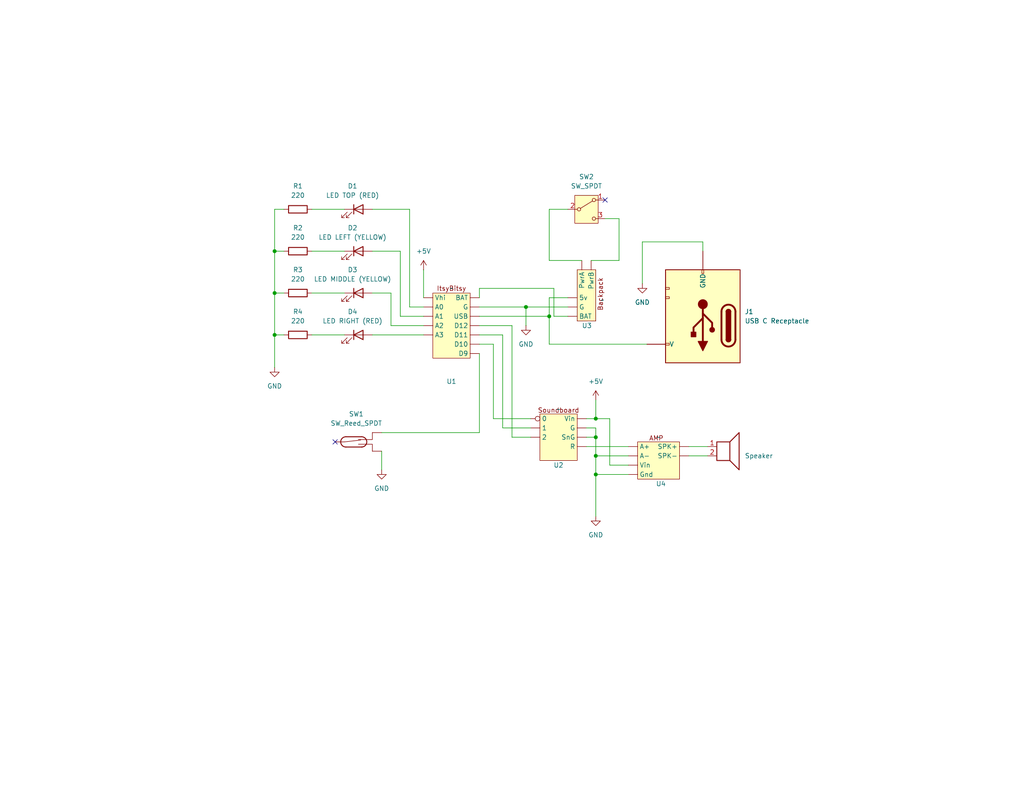
<source format=kicad_sch>
(kicad_sch (version 20231120) (generator "eeschema") (generator_version "8.0")
  (paper "USLetter")
  (title_block (title "Thermal Detonator") (company "Tim Byrne / Bill Nedrow"))
  (lib_symbols
    (symbol "Connector:USB_C_Receptacle_PowerOnly_6P" (pin_names (offset 1.016))
      (property "Reference" "J1" (at 0 17.78 0))
      (property "Value" "USB C Receptacle" (at 0 15.24 0))
      (symbol "USB_C_Receptacle_PowerOnly_6P_0_0"
        (rectangle (start -0.254 -12.7) (end 0.254 -11.684))
        (rectangle (start 10.16 -7.366) (end 9.144 -7.874))
        (rectangle (start 10.16 -4.826) (end 9.144 -5.334))
        (rectangle (start 10.16 7.874) (end 9.144 7.366))
      )
      (symbol "USB_C_Receptacle_PowerOnly_6P_0_1"
        (rectangle (start -10.16 12.7) (end 10.16 -12.7) (stroke (width 0.254)) (fill (type background)))
        (arc (start -8.89 -1.27) (mid -6.985 -3.1667) (end -5.08 -1.27) (stroke (width 0.508)))
        (arc (start -7.62 -1.27) (mid -6.985 -1.9023) (end -6.35 -1.27) (stroke (width 0.254)))
        (arc (start -7.62 -1.27) (mid -6.985 -1.9023) (end -6.35 -1.27) (stroke (width 0.254)) (fill (type outline)))
        (rectangle (start -7.62 -1.27) (end -6.35 6.35) (stroke (width 0.254)) (fill (type outline)))
        (arc (start -6.35 6.35) (mid -6.985 6.9823) (end -7.62 6.35) (stroke (width 0.254)))
        (arc (start -6.35 6.35) (mid -6.985 6.9823) (end -7.62 6.35) (stroke (width 0.254)) (fill (type outline)))
        (arc (start -5.08 6.35) (mid -6.985 8.2467) (end -8.89 6.35) (stroke (width 0.508)))
        (circle (center -2.54 3.683) (radius 0.635) (stroke (width 0.254)) (fill (type outline)))
        (circle (center 0 -3.302) (radius 1.27) (fill (type outline)))
        (polyline (pts (xy -8.89 -1.27) (xy -8.89 6.35)) (stroke (width 0.508)))
        (polyline (pts (xy -5.08 6.35) (xy -5.08 -1.27)) (stroke (width 0.508)))
        (polyline (pts (xy 0 -3.302) (xy 0 6.858)) (stroke (width 0.508)))
        (polyline (pts (xy 0 -0.762) (xy -2.54 1.778) (xy -2.54 3.048)) (stroke (width 0.508)))
        (polyline (pts (xy 0 0.508) (xy 2.54 3.048) (xy 2.54 4.318)) (stroke (width 0.508)))
        (polyline (pts (xy -1.27 6.858) (xy 0 9.398) (xy 1.27 6.858) (xy -1.27 6.858)) (stroke (width 0.254)) (fill (type outline)))
        (rectangle (start 1.905 4.318) (end 3.175 5.588) (stroke (width 0.254)) (fill (type outline)))
      )
      (symbol "USB_C_Receptacle_PowerOnly_6P_1_1"
        (pin power_in line (at 0 -17.78 90) (length 5.08) (name "GND") (number ""))
        (pin passive line (at 15.24 7.62 180) (length 5.08) (name "V") (number ""))
      )
    )
    (symbol "Device:LED" (pin_numbers hide) (pin_names (offset 1.016) hide)
      (property "Reference" "D" (at 0 2.54 0))
      (property "Value" "LED" (at 0 -2.54 0))
      (symbol "LED_0_1"
        (polyline (pts (xy -1.27 -1.27) (xy -1.27 1.27)) (stroke (width 0.254)))
        (polyline (pts (xy -1.27 0) (xy 1.27 0)))
        (polyline (pts (xy 1.27 -1.27) (xy 1.27 1.27) (xy -1.27 0) (xy 1.27 -1.27)) (stroke (width 0.254)))
        (polyline (pts (xy -3.048 -0.762) (xy -4.572 -2.286) (xy -3.81 -2.286) (xy -4.572 -2.286) (xy -4.572 -1.524)))
        (polyline (pts (xy -1.778 -0.762) (xy -3.302 -2.286) (xy -2.54 -2.286) (xy -3.302 -2.286) (xy -3.302 -1.524)))
      )
      (symbol "LED_1_1"
        (pin passive line (at -3.81 0 0) (length 2.54) (name "K") (number "1"))
        (pin passive line (at 3.81 0 180) (length 2.54) (name "A") (number "2"))
      )
    )
    (symbol "Device:R" (pin_numbers hide) (pin_names (offset 0))
      (property "Reference" "R" (at 2.032 0 90))
      (property "Value" "R" (at 0 0 90))
      (symbol "R_0_1"
        (rectangle (start -1.016 -2.54) (end 1.016 2.54) (stroke (width 0.254)))
      )
      (symbol "R_1_1"
        (pin passive line (at 0 3.81 270) (length 1.27) (name "~") (number "1"))
        (pin passive line (at 0 -3.81 90) (length 1.27) (name "~") (number "2"))
      )
    )
    (symbol "Device:Speaker" (pin_names (offset 0) hide)
      (property "Reference" "LS" (at 1.27 5.715 0))
      (property "Value" "Speaker" (at 1.27 3.81 0))
      (symbol "Speaker_0_0"
        (rectangle (start -2.54 1.27) (end 1.016 -3.81) (stroke (width 0.254)))
        (polyline (pts (xy 1.016 1.27) (xy 3.556 3.81) (xy 3.556 -6.35) (xy 1.016 -3.81)) (stroke (width 0.254)))
      )
      (symbol "Speaker_1_1"
        (pin input line (at -5.08 0 0) (length 2.54) (name "1") (number "1"))
        (pin input line (at -5.08 -2.54 0) (length 2.54) (name "2") (number "2"))
      )
    )
    (symbol "Switch:SW_Reed_SPDT" (pin_numbers hide) (pin_names (offset 0) hide)
      (property "Reference" "SW" (at 0 2.54 0))
      (property "Value" "SW_Reed_SPDT" (at 0 -3.81 0))
      (symbol "SW_Reed_SPDT_0_0"
        (arc (start -2.159 1.397) (mid -3.55 0) (end -2.159 -1.397) (stroke (width 0.254)))
        (polyline (pts (xy -2.54 0) (xy 1.905 0.508)))
        (polyline (pts (xy -2.159 -1.397) (xy 2.286 -1.397)) (stroke (width 0.254)))
        (polyline (pts (xy 2.159 1.397) (xy -2.159 1.397)) (stroke (width 0.254)))
        (arc (start 2.159 -1.397) (mid 3.55 0) (end 2.159 1.397) (stroke (width 0.254)))
      )
      (symbol "SW_Reed_SPDT_0_1"
        (polyline (pts (xy 1.27 -0.635) (xy 5.08 -0.635) (xy 5.08 -2.54)))
        (polyline (pts (xy 1.27 0.635) (xy 5.08 0.635) (xy 5.08 2.54)))
      )
      (symbol "SW_Reed_SPDT_1_1"
        (pin passive line (at 7.62 2.54 180) (length 2.54) (name "1") (number "1"))
        (pin passive line (at -5.08 0 0) (length 2.54) (name "2") (number "2"))
        (pin passive line (at 7.62 -2.54 180) (length 2.54) (name "3") (number "3"))
      )
    )
    (symbol "Switch:SW_SPDT" (pin_names (offset 0) hide)
      (property "Reference" "SW" (at 0 5.08 0))
      (property "Value" "SW_SPDT" (at 0 -5.08 0))
      (symbol "SW_SPDT_0_1"
        (circle (center -2.032 0) (radius 0.4572))
        (polyline (pts (xy -1.651 0.254) (xy 1.651 2.286)))
        (circle (center 2.032 -2.54) (radius 0.4572))
        (circle (center 2.032 2.54) (radius 0.4572))
      )
      (symbol "SW_SPDT_1_1"
        (rectangle (start -3.175 3.81) (end 3.175 -3.81) (fill (type background)))
        (pin passive line (at 5.08 2.54 180) (length 2.54) (name "A") (number "1"))
        (pin passive line (at -5.08 0 0) (length 2.54) (name "B") (number "2"))
        (pin passive line (at 5.08 -2.54 180) (length 2.54) (name "C") (number "3"))
      )
    )
    (symbol "power:+5V" (power) (pin_numbers hide) (pin_names (offset 0) hide)
      (property "Value" "+5V" (at 0 3.556 0))
      (symbol "+5V_0_1"
        (polyline (pts (xy -0.762 1.27) (xy 0 2.54)))
        (polyline (pts (xy 0 0) (xy 0 2.54)))
        (polyline (pts (xy 0 2.54) (xy 0.762 1.27)))
      )
      (symbol "+5V_1_1"
        (pin power_in line (at 0 0 90) (length 0) (name "~") (number "1"))
      )
    )
    (symbol "power:GND" (power) (pin_numbers hide) (pin_names (offset 0) hide)
      (property "Value" "GND" (at 0 -3.81 0))
      (symbol "GND_0_1"
        (polyline (pts (xy 0 0) (xy 0 -1.27) (xy 1.27 -1.27) (xy 0 -2.54) (xy -1.27 -1.27) (xy 0 -1.27)))
      )
      (symbol "GND_1_1"
        (pin power_in line (at 0 0 270) (length 0) (name "~") (number "1"))
      )
    )
    (symbol "thermdet:AMP"
      (property "Reference" "U" (at 0 0 0))
      (symbol "AMP_1_1"
        (rectangle (start -5.08 11.43) (end 6.35 1.27) (fill (type background)))
        (text "AMP" (at 0 12.446 0) (effects (font (size 1.27 1.27))))
        (pin bidirectional line (at -7.62 10.16 0) (length 2.54) (name "A+") (number ""))
        (pin bidirectional line (at -7.62 7.62 0) (length 2.54) (name "A-") (number ""))
        (pin passive line (at -7.62 2.54 0) (length 2.54) (name "Gnd") (number ""))
        (pin bidirectional line (at 8.89 10.16 180) (length 2.54) (name "SPK+") (number ""))
        (pin bidirectional line (at 8.89 7.62 180) (length 2.54) (name "SPK-") (number ""))
        (pin passive line (at -7.62 5.08 0) (length 2.54) (name "Vin") (number ""))
      )
    )
    (symbol "thermdet:BACKPACK"
      (property "Reference" "U" (at 0 0 0))
      (symbol "BACKPACK_1_1"
        (rectangle (start -2.54 15.24) (end 2.54 1.27) (fill (type background)))
        (text "Backpack" (at 3.81 8.636 900) (effects (font (size 1.27 1.27))))
        (pin passive line (at -5.08 7.62 0) (length 2.54) (name "5v") (number ""))
        (pin passive line (at -5.08 2.54 0) (length 2.54) (name "BAT") (number ""))
        (pin passive line (at -5.08 5.08 0) (length 2.54) (name "G") (number ""))
        (pin bidirectional line (at -1.27 17.78 270) (length 2.54) (name "PwrA") (number ""))
        (pin bidirectional line (at 1.27 17.78 270) (length 2.54) (name "PwrB") (number ""))
      )
    )
    (symbol "thermdet:FXSB-Mini"
      (property "Reference" "U" (at 0 0 0))
      (symbol "FXSB-Mini_1_1"
        (rectangle (start -5.08 13.97) (end 5.08 1.27) (fill (type background)))
        (text "Soundboard" (at 0 14.986 0) (effects (font (size 1.27 1.27))))
        (pin bidirectional inverted (at -7.62 12.7 0) (length 2.54) (name "0") (number ""))
        (pin bidirectional line (at -7.62 10.16 0) (length 2.54) (name "1") (number ""))
        (pin bidirectional line (at -7.62 7.62 0) (length 2.54) (name "2") (number ""))
        (pin passive line (at 7.62 10.16 180) (length 2.54) (name "G") (number ""))
        (pin bidirectional line (at 7.62 5.08 180) (length 2.54) (name "R") (number ""))
        (pin passive line (at 7.62 7.62 180) (length 2.54) (name "SnG") (number ""))
        (pin passive line (at 7.62 12.7 180) (length 2.54) (name "Vin") (number ""))
      )
    )
    (symbol "thermdet:IB-AT32u4"
      (property "Reference" "U" (at 0 -7.62 0))
      (symbol "IB-AT32u4_1_1"
        (rectangle (start -5.08 11.43) (end 5.08 -6.35) (fill (type background)))
        (text "ItsyBitsy" (at 0 12.7 0) (effects (font (size 1.27 1.27))))
        (pin bidirectional line (at -7.62 7.62 0) (length 2.54) (name "A0") (number ""))
        (pin bidirectional line (at -7.62 5.08 0) (length 2.54) (name "A1") (number ""))
        (pin bidirectional line (at -7.62 2.54 0) (length 2.54) (name "A2") (number ""))
        (pin bidirectional line (at -7.62 0 0) (length 2.54) (name "A3") (number ""))
        (pin passive line (at 7.62 10.16 180) (length 2.54) (name "BAT") (number ""))
        (pin bidirectional line (at 7.62 -2.54 180) (length 2.54) (name "D10") (number ""))
        (pin bidirectional line (at 7.62 0 180) (length 2.54) (name "D11") (number ""))
        (pin bidirectional line (at 7.62 2.54 180) (length 2.54) (name "D12") (number ""))
        (pin bidirectional line (at 7.62 -5.08 180) (length 2.54) (name "D9") (number ""))
        (pin passive line (at 7.62 7.62 180) (length 2.54) (name "G") (number ""))
        (pin passive line (at 7.62 5.08 180) (length 2.54) (name "USB") (number ""))
        (pin passive line (at -7.62 10.16 0) (length 2.54) (name "Vhi") (number ""))
      )
    )
  )
  (junction (at 162.56 129.54))
  (junction (at 74.93 68.58))
  (junction (at 143.51 83.82))
  (junction (at 149.86 86.36))
  (junction (at 162.56 114.3))
  (junction (at 74.93 80.01))
  (junction (at 162.56 124.46))
  (junction (at 162.56 119.38))
  (junction (at 74.93 91.44))
  (no_connect (at 165.1 54.61))
  (no_connect (at 91.44 120.65))
  (wire (pts (xy 151.13 78.74) (xy 151.13 86.36)))
  (wire (pts (xy 149.86 57.15) (xy 149.86 71.12)))
  (wire (pts (xy 137.16 116.84) (xy 144.78 116.84)))
  (wire (pts (xy 162.56 114.3) (xy 162.56 109.22)))
  (wire (pts (xy 85.09 91.44) (xy 93.98 91.44)))
  (wire (pts (xy 160.02 121.92) (xy 171.45 121.92)))
  (wire (pts (xy 85.09 57.15) (xy 93.98 57.15)))
  (wire (pts (xy 106.68 80.01) (xy 101.6 80.01)))
  (wire (pts (xy 176.53 93.98) (xy 149.86 93.98)))
  (wire (pts (xy 162.56 124.46) (xy 162.56 129.54)))
  (wire (pts (xy 109.22 86.36) (xy 109.22 68.58)))
  (wire (pts (xy 115.57 73.66) (xy 115.57 81.28)))
  (wire (pts (xy 165.1 59.69) (xy 168.91 59.69)))
  (wire (pts (xy 162.56 124.46) (xy 171.45 124.46)))
  (wire (pts (xy 85.09 68.58) (xy 93.98 68.58)))
  (wire (pts (xy 74.93 80.01) (xy 74.93 68.58)))
  (wire (pts (xy 130.81 86.36) (xy 149.86 86.36)))
  (wire (pts (xy 149.86 93.98) (xy 149.86 86.36)))
  (wire (pts (xy 168.91 59.69) (xy 168.91 71.12)))
  (wire (pts (xy 162.56 119.38) (xy 162.56 124.46)))
  (wire (pts (xy 74.93 68.58) (xy 74.93 57.15)))
  (wire (pts (xy 162.56 116.84) (xy 162.56 119.38)))
  (wire (pts (xy 160.02 116.84) (xy 162.56 116.84)))
  (wire (pts (xy 111.76 83.82) (xy 111.76 57.15)))
  (wire (pts (xy 115.57 88.9) (xy 106.68 88.9)))
  (wire (pts (xy 149.86 71.12) (xy 158.75 71.12)))
  (wire (pts (xy 166.37 127) (xy 166.37 114.3)))
  (wire (pts (xy 85.09 80.01) (xy 93.98 80.01)))
  (wire (pts (xy 106.68 88.9) (xy 106.68 80.01)))
  (wire (pts (xy 74.93 100.33) (xy 74.93 91.44)))
  (wire (pts (xy 137.16 91.44) (xy 137.16 116.84)))
  (wire (pts (xy 154.94 81.28) (xy 149.86 81.28)))
  (wire (pts (xy 74.93 80.01) (xy 77.47 80.01)))
  (wire (pts (xy 191.77 66.04) (xy 191.77 68.58)))
  (wire (pts (xy 130.81 78.74) (xy 151.13 78.74)))
  (wire (pts (xy 151.13 86.36) (xy 154.94 86.36)))
  (wire (pts (xy 162.56 114.3) (xy 166.37 114.3)))
  (wire (pts (xy 162.56 129.54) (xy 162.56 140.97)))
  (wire (pts (xy 175.26 77.47) (xy 175.26 66.04)))
  (wire (pts (xy 109.22 68.58) (xy 101.6 68.58)))
  (wire (pts (xy 101.6 91.44) (xy 115.57 91.44)))
  (wire (pts (xy 74.93 68.58) (xy 77.47 68.58)))
  (wire (pts (xy 175.26 66.04) (xy 191.77 66.04)))
  (wire (pts (xy 104.14 123.19) (xy 104.14 128.27)))
  (wire (pts (xy 74.93 91.44) (xy 74.93 80.01)))
  (wire (pts (xy 187.96 124.46) (xy 193.04 124.46)))
  (wire (pts (xy 154.94 57.15) (xy 149.86 57.15)))
  (wire (pts (xy 143.51 83.82) (xy 154.94 83.82)))
  (wire (pts (xy 130.81 83.82) (xy 143.51 83.82)))
  (wire (pts (xy 139.7 119.38) (xy 144.78 119.38)))
  (wire (pts (xy 130.81 118.11) (xy 104.14 118.11)))
  (wire (pts (xy 130.81 93.98) (xy 134.62 93.98)))
  (wire (pts (xy 143.51 83.82) (xy 143.51 88.9)))
  (wire (pts (xy 171.45 127) (xy 166.37 127)))
  (wire (pts (xy 162.56 129.54) (xy 171.45 129.54)))
  (wire (pts (xy 115.57 83.82) (xy 111.76 83.82)))
  (wire (pts (xy 74.93 57.15) (xy 77.47 57.15)))
  (wire (pts (xy 134.62 93.98) (xy 134.62 114.3)))
  (wire (pts (xy 160.02 114.3) (xy 162.56 114.3)))
  (wire (pts (xy 130.81 96.52) (xy 130.81 118.11)))
  (wire (pts (xy 187.96 121.92) (xy 193.04 121.92)))
  (wire (pts (xy 115.57 86.36) (xy 109.22 86.36)))
  (wire (pts (xy 168.91 71.12) (xy 161.29 71.12)))
  (wire (pts (xy 111.76 57.15) (xy 101.6 57.15)))
  (wire (pts (xy 134.62 114.3) (xy 144.78 114.3)))
  (wire (pts (xy 130.81 88.9) (xy 139.7 88.9)))
  (wire (pts (xy 149.86 81.28) (xy 149.86 86.36)))
  (wire (pts (xy 130.81 91.44) (xy 137.16 91.44)))
  (wire (pts (xy 139.7 88.9) (xy 139.7 119.38)))
  (wire (pts (xy 160.02 119.38) (xy 162.56 119.38)))
  (wire (pts (xy 74.93 91.44) (xy 77.47 91.44)))
  (wire (pts (xy 130.81 81.28) (xy 130.81 78.74)))
  (symbol (lib_id "power:GND") (at 143.51 88.9 0) (unit 1)
    (property "Reference" "#PWR06" (effects (hide yes)))
    (property "Value" "GND" (at 143.51 93.98 0))
    (property "Description" "Power symbol creates a global label with name \"GND\" , ground" (effects (hide yes)))
  )
  (symbol (lib_id "Device:LED") (at 97.79 68.58 0) (unit 1)
    (property "Reference" "D2" (at 96.2025 62.23 0))
    (property "Value" "LED LEFT (YELLOW)" (at 96.2025 64.77 0))
    (property "Description" "Light emitting diode" (effects (hide yes)))
  )
  (symbol (lib_id "thermdet:IB-AT32u4") (at 123.19 91.44 0) (unit 1)
    (property "Reference" "U1" (at 123.19 104.14 0))
    (property "Value" "~" (at 123.19 78.74 0))
  )
  (symbol (lib_id "Device:R") (at 81.28 57.15 90) (unit 1)
    (property "Reference" "R1" (at 81.28 50.8 90))
    (property "Value" "220" (at 81.28 53.34 90))
    (property "Description" "Resistor" (effects (hide yes)))
  )
  (symbol (lib_id "thermdet:AMP") (at 179.07 132.08 0) (unit 1)
    (property "Reference" "U4" (at 180.34 132.08 0))
    (property "Value" "~" (at 179.705 119.38 0))
  )
  (symbol (lib_id "Device:R") (at 81.28 80.01 90) (unit 1)
    (property "Reference" "R3" (at 81.28 73.66 90))
    (property "Value" "220" (at 81.28 76.2 90))
    (property "Description" "Resistor" (effects (hide yes)))
  )
  (symbol (lib_id "power:+5V") (at 115.57 73.66 0) (unit 1)
    (property "Reference" "#PWR02" (effects (hide yes)))
    (property "Value" "+5V" (at 115.57 68.58 0))
    (property "Description" "Power symbol creates a global label with name \"+5V\"" (effects (hide yes)))
  )
  (symbol (lib_id "power:GND") (at 162.56 140.97 0) (unit 1)
    (property "Reference" "#PWR05" (effects (hide yes)))
    (property "Value" "GND" (at 162.56 146.05 0))
    (property "Description" "Power symbol creates a global label with name \"GND\" , ground" (effects (hide yes)))
  )
  (symbol (lib_id "thermdet:BACKPACK") (at 160.02 88.9 0) (unit 1)
    (property "Reference" "U3" (at 158.75 88.9 0) (effects (justify left)))
    (property "Value" "~" (at 163.83 81.915 0) (effects (justify left)))
  )
  (symbol (lib_id "power:GND") (at 104.14 128.27 0) (unit 1)
    (property "Reference" "#PWR03" (effects (hide yes)))
    (property "Value" "GND" (at 104.14 133.35 0))
    (property "Description" "Power symbol creates a global label with name \"GND\" , ground" (effects (hide yes)))
  )
  (symbol (lib_id "Device:R") (at 81.28 91.44 90) (unit 1)
    (property "Reference" "R4" (at 81.28 85.09 90))
    (property "Value" "220" (at 81.28 87.63 90))
    (property "Description" "Resistor" (effects (hide yes)))
  )
  (symbol (lib_id "Device:LED") (at 97.79 91.44 0) (unit 1)
    (property "Reference" "D4" (at 96.2025 85.09 0))
    (property "Value" "LED RIGHT (RED)" (at 96.2025 87.63 0))
    (property "Description" "Light emitting diode" (effects (hide yes)))
  )
  (symbol (lib_id "Switch:SW_SPDT") (at 160.02 57.15 0) (unit 1)
    (property "Reference" "SW2" (at 160.02 48.26 0))
    (property "Value" "SW_SPDT" (at 160.02 50.8 0))
    (property "Description" "Switch, single pole double throw" (effects (hide yes)))
  )
  (symbol (lib_id "Device:LED") (at 97.79 80.01 0) (unit 1)
    (property "Reference" "D3" (at 96.2025 73.66 0))
    (property "Value" "LED MIDDLE (YELLOW)" (at 96.2025 76.2 0))
    (property "Description" "Light emitting diode" (effects (hide yes)))
  )
  (symbol (lib_id "Device:Speaker") (at 198.12 121.92 0) (unit 1)
    (property "Reference" "LS1" (effects (hide yes)))
    (property "Value" "Speaker" (at 203.2 124.4599 0) (effects (justify left)))
    (property "Description" "Speaker" (effects (hide yes)))
  )
  (symbol (lib_id "Connector:USB_C_Receptacle_PowerOnly_6P") (at 191.77 86.36 180) (unit 1)
    (property "Reference" "J1" (at 203.2 85.0899 0) (effects (justify right)))
    (property "Value" "USB C Receptacle" (at 203.2 87.6299 0) (effects (justify right)))
  )
  (symbol (lib_id "thermdet:FXSB-Mini") (at 152.4 127 0) (unit 1)
    (property "Reference" "U2" (at 152.4 127 0))
    (property "Value" "~" (at 152.4 111.76 0))
  )
  (symbol (lib_id "power:GND") (at 175.26 77.47 0) (unit 1)
    (property "Reference" "#PWR07" (effects (hide yes)))
    (property "Value" "GND" (at 175.26 82.55 0))
    (property "Description" "Power symbol creates a global label with name \"GND\" , ground" (effects (hide yes)))
  )
  (symbol (lib_id "power:GND") (at 74.93 100.33 0) (unit 1)
    (property "Reference" "#PWR01" (effects (hide yes)))
    (property "Value" "GND" (at 74.93 105.41 0))
    (property "Description" "Power symbol creates a global label with name \"GND\" , ground" (effects (hide yes)))
  )
  (symbol (lib_id "Device:LED") (at 97.79 57.15 0) (unit 1)
    (property "Reference" "D1" (at 96.2025 50.8 0))
    (property "Value" "LED TOP (RED)" (at 96.2025 53.34 0))
    (property "Description" "Light emitting diode" (effects (hide yes)))
  )
  (symbol (lib_id "Device:R") (at 81.28 68.58 90) (unit 1)
    (property "Reference" "R2" (at 81.28 62.23 90))
    (property "Value" "220" (at 81.28 64.77 90))
    (property "Description" "Resistor" (effects (hide yes)))
  )
  (symbol (lib_id "power:+5V") (at 162.56 109.22 0) (unit 1)
    (property "Reference" "#PWR04" (effects (hide yes)))
    (property "Value" "+5V" (at 162.56 104.14 0))
    (property "Description" "Power symbol creates a global label with name \"+5V\"" (effects (hide yes)))
  )
  (symbol (lib_id "Switch:SW_Reed_SPDT") (at 96.52 120.65 0) (unit 1)
    (property "Reference" "SW1" (at 97.2215 113.03 0))
    (property "Value" "SW_Reed_SPDT" (at 97.2215 115.57 0))
    (property "Description" "SPDT reed switch" (effects (hide yes)))
  )
)
</source>
